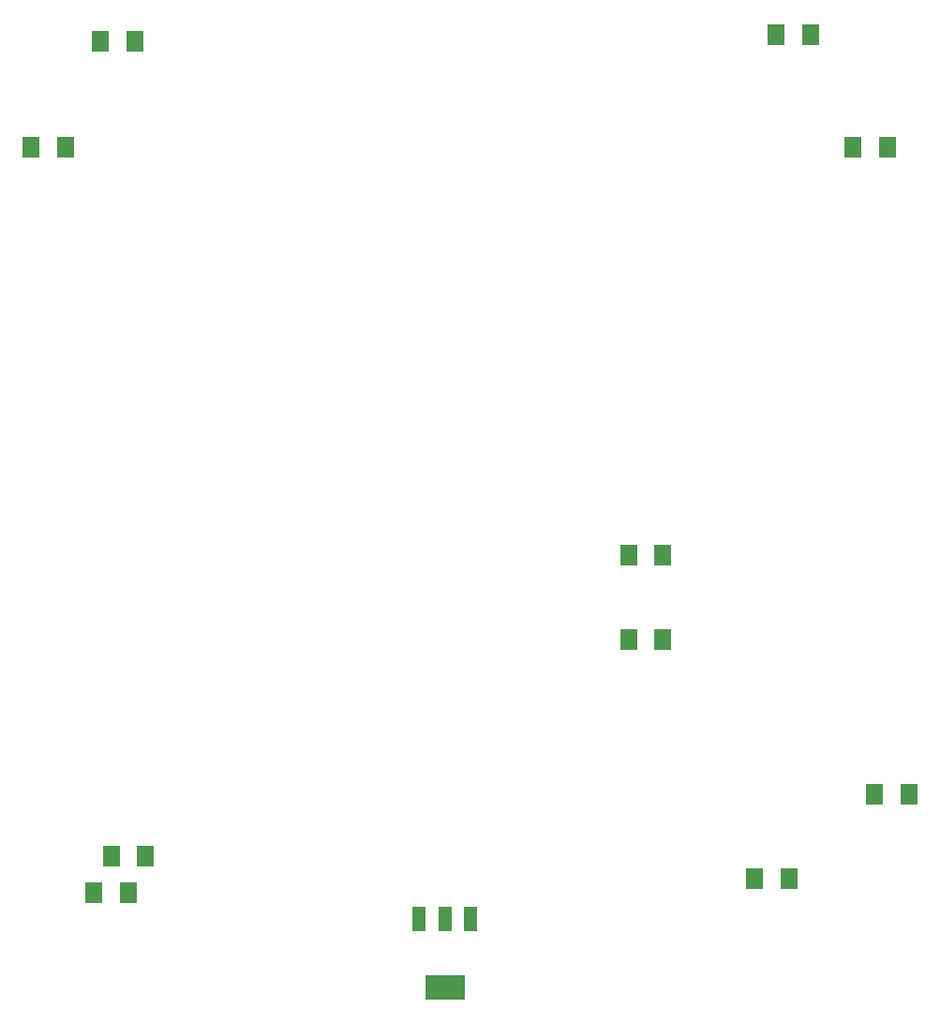
<source format=gbp>
G04 MADE WITH FRITZING*
G04 WWW.FRITZING.ORG*
G04 DOUBLE SIDED*
G04 HOLES PLATED*
G04 CONTOUR ON CENTER OF CONTOUR VECTOR*
%ASAXBY*%
%FSLAX23Y23*%
%MOIN*%
%OFA0B0*%
%SFA1.0B1.0*%
%ADD10R,0.062992X0.074803*%
%ADD11R,0.048000X0.088000*%
%ADD12R,0.141732X0.086614*%
%LNPASTEMASK0*%
G90*
G70*
G54D10*
X3142Y1745D03*
X3020Y1745D03*
X3142Y2045D03*
X3020Y2045D03*
G54D11*
X2275Y751D03*
X2366Y751D03*
X2457Y751D03*
G54D12*
X2366Y507D03*
G54D10*
X3467Y895D03*
X3589Y895D03*
X1117Y845D03*
X1239Y845D03*
X1301Y973D03*
X1179Y973D03*
X3895Y1195D03*
X4017Y1195D03*
X3667Y3895D03*
X3545Y3895D03*
X3939Y3495D03*
X3817Y3495D03*
X1264Y3870D03*
X1142Y3870D03*
X1017Y3495D03*
X895Y3495D03*
G04 End of PasteMask0*
M02*
</source>
